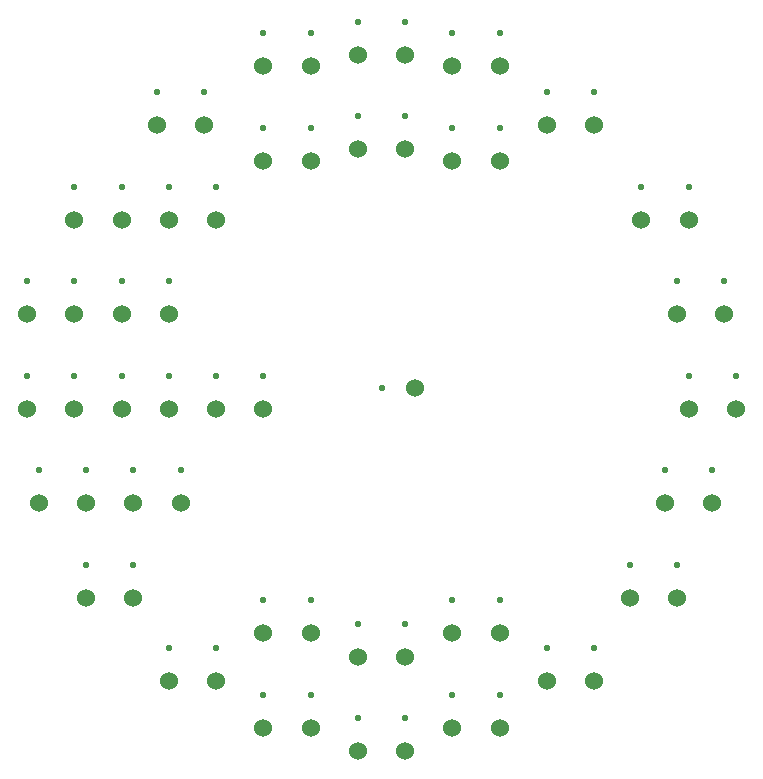
<source format=gbr>
G04 Layer_Color=0*
%FSLAX26Y26*%
%MOIN*%
%TF.FileFunction,Plated,1,4,PTH,Drill*%
%TF.Part,Single*%
G01*
G75*
%TA.AperFunction,ComponentDrill*%
%ADD55C,0.060000*%
%ADD56C,0.022000*%
%ADD57C,0.060000*%
%ADD58C,0.022000*%
D55*
X-866142Y244330D02*
D03*
X-393700Y1071102D02*
D03*
X-78740Y-897402D02*
D03*
X-1181102Y244330D02*
D03*
X-1023622Y559292D02*
D03*
X-78740Y1110472D02*
D03*
X-393700Y-818662D02*
D03*
X236220Y1071102D02*
D03*
X-393700Y756142D02*
D03*
X-78740Y795512D02*
D03*
X-708662Y-976142D02*
D03*
X551182Y874252D02*
D03*
X236220Y756142D02*
D03*
X1023622Y-70630D02*
D03*
X-826772Y-385590D02*
D03*
X866142Y559292D02*
D03*
X551182Y-976142D02*
D03*
X236220Y-1133622D02*
D03*
X-551182Y-70630D02*
D03*
X984252Y244330D02*
D03*
X-393700Y-1133622D02*
D03*
X-78740Y-1212362D02*
D03*
X-1181102Y-70630D02*
D03*
X944882Y-385590D02*
D03*
X-866142Y-70630D02*
D03*
X-826772Y-700552D02*
D03*
X-984252D02*
D03*
X-708662Y559292D02*
D03*
X826772Y-700552D02*
D03*
X-1141732Y-385590D02*
D03*
X-748032Y874252D02*
D03*
X236220Y-818662D02*
D03*
X-590552Y874252D02*
D03*
X-866142Y559292D02*
D03*
X-551182D02*
D03*
X-1023622Y244330D02*
D03*
X-708662D02*
D03*
Y-70630D02*
D03*
X-1023622D02*
D03*
X-393700D02*
D03*
X-984252Y-385590D02*
D03*
X-669292D02*
D03*
X-236220Y1071102D02*
D03*
Y756142D02*
D03*
X78740Y1110472D02*
D03*
Y795512D02*
D03*
X393700Y1071102D02*
D03*
Y756142D02*
D03*
X708662Y874252D02*
D03*
X1023622Y559292D02*
D03*
X1141732Y244330D02*
D03*
X1181102Y-70630D02*
D03*
X1102362Y-385590D02*
D03*
X984252Y-700552D02*
D03*
X-551182Y-976142D02*
D03*
X-236220Y-1133622D02*
D03*
Y-818662D02*
D03*
X78740Y-1212362D02*
D03*
Y-897402D02*
D03*
X393700Y-1133622D02*
D03*
Y-818662D02*
D03*
X708662Y-976142D02*
D03*
D56*
X-866142Y354330D02*
D03*
X-393700Y1181102D02*
D03*
X-78740Y-787402D02*
D03*
X-1181102Y354330D02*
D03*
X-1023622Y669292D02*
D03*
X-78740Y1220472D02*
D03*
X-393700Y-708662D02*
D03*
X236220Y1181102D02*
D03*
X-393700Y866142D02*
D03*
X-78740Y905512D02*
D03*
X-708662Y-866142D02*
D03*
X551182Y984252D02*
D03*
X236220Y866142D02*
D03*
X1023622Y39370D02*
D03*
X-826772Y-275590D02*
D03*
X866142Y669292D02*
D03*
X551182Y-866142D02*
D03*
X236220Y-1023622D02*
D03*
X-551182Y39370D02*
D03*
X984252Y354330D02*
D03*
X-393700Y-1023622D02*
D03*
X-78740Y-1102362D02*
D03*
X-1181102Y39370D02*
D03*
X944882Y-275590D02*
D03*
X-866142Y39370D02*
D03*
X-826772Y-590552D02*
D03*
X-984252D02*
D03*
X-708662Y669292D02*
D03*
X826772Y-590552D02*
D03*
X-1141732Y-275590D02*
D03*
X-748032Y984252D02*
D03*
X236220Y-708662D02*
D03*
X-590552Y984252D02*
D03*
X-866142Y669292D02*
D03*
X-551182D02*
D03*
X-1023622Y354330D02*
D03*
X-708662D02*
D03*
Y39370D02*
D03*
X-1023622D02*
D03*
X-393700D02*
D03*
X-984252Y-275590D02*
D03*
X-669292D02*
D03*
X-236220Y1181102D02*
D03*
Y866142D02*
D03*
X78740Y1220472D02*
D03*
Y905512D02*
D03*
X393700Y1181102D02*
D03*
Y866142D02*
D03*
X708662Y984252D02*
D03*
X1023622Y669292D02*
D03*
X1141732Y354330D02*
D03*
X1181102Y39370D02*
D03*
X1102362Y-275590D02*
D03*
X984252Y-590552D02*
D03*
X-551182Y-866142D02*
D03*
X-236220Y-1023622D02*
D03*
Y-708662D02*
D03*
X78740Y-1102362D02*
D03*
Y-787402D02*
D03*
X393700Y-1023622D02*
D03*
Y-708662D02*
D03*
X708662Y-866142D02*
D03*
D57*
X110000Y0D02*
D03*
D58*
X0D02*
D03*
%TF.MD5,8fe8978cefdda8742544a73abcf855a3*%
M02*

</source>
